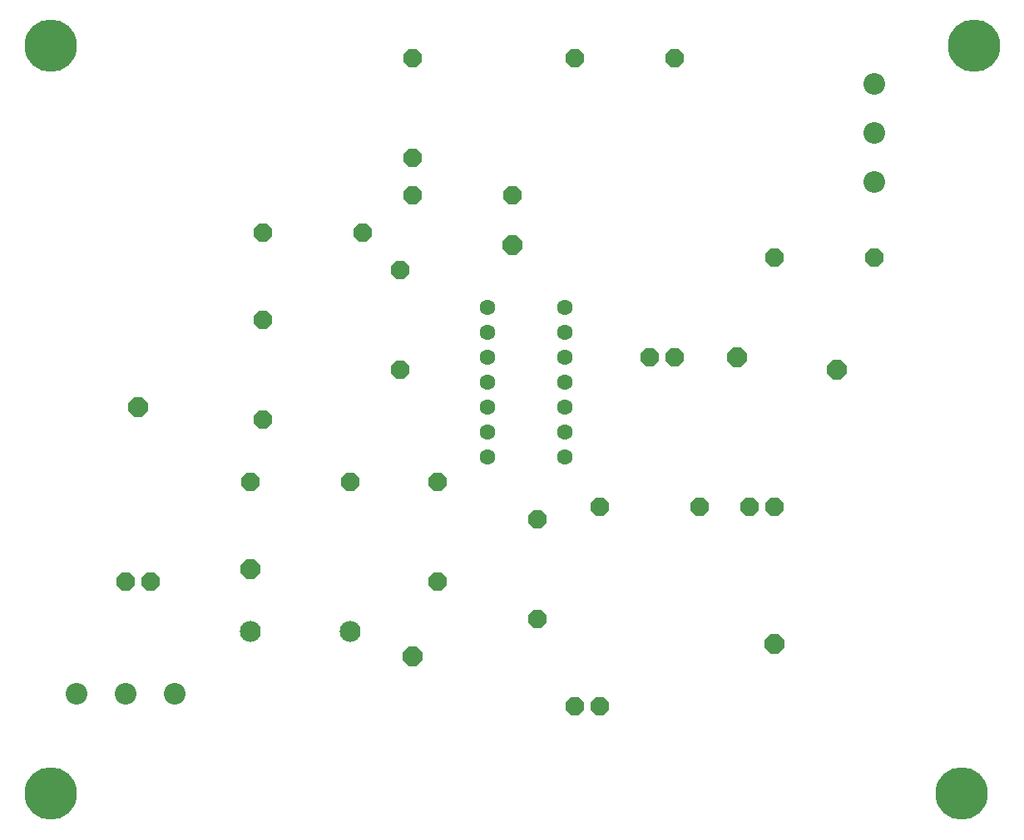
<source format=gbr>
G04 EAGLE Gerber RS-274X export*
G75*
%MOMM*%
%FSLAX34Y34*%
%LPD*%
%INBottom Copper*%
%IPPOS*%
%AMOC8*
5,1,8,0,0,1.08239X$1,22.5*%
G01*
%ADD10P,1.979475X8X202.500000*%
%ADD11P,1.979475X8X22.500000*%
%ADD12C,2.133600*%
%ADD13P,2.199416X8X22.500000*%
%ADD14P,1.979475X8X292.500000*%
%ADD15C,2.216000*%
%ADD16P,1.979475X8X112.500000*%
%ADD17C,1.600200*%
%ADD18C,5.334000*%


D10*
X596900Y88900D03*
X571500Y88900D03*
D11*
X647700Y444500D03*
X673100Y444500D03*
D10*
X774700Y292100D03*
X749300Y292100D03*
D11*
X114300Y215900D03*
X139700Y215900D03*
D12*
X342900Y165100D03*
X241300Y165100D03*
D13*
X736600Y444500D03*
X774700Y152400D03*
X508000Y558800D03*
X127000Y393700D03*
X241300Y228600D03*
D11*
X406400Y609600D03*
X508000Y609600D03*
X596900Y292100D03*
X698500Y292100D03*
D14*
X431800Y317500D03*
X431800Y215900D03*
D11*
X241300Y317500D03*
X342900Y317500D03*
D15*
X64300Y101600D03*
X114300Y101600D03*
X164300Y101600D03*
D16*
X406400Y647700D03*
X406400Y749300D03*
D10*
X876300Y546100D03*
X774700Y546100D03*
X673100Y749300D03*
X571500Y749300D03*
D14*
X393700Y533400D03*
X393700Y431800D03*
D15*
X876300Y623100D03*
X876300Y673100D03*
X876300Y723100D03*
D14*
X533400Y279400D03*
X533400Y177800D03*
D11*
X254000Y571500D03*
X355600Y571500D03*
D16*
X254000Y381000D03*
X254000Y482600D03*
D17*
X482600Y495300D03*
X482600Y469900D03*
X482600Y444500D03*
X482600Y419100D03*
X482600Y393700D03*
X482600Y368300D03*
X482600Y342900D03*
X561340Y342900D03*
X561340Y368300D03*
X561340Y393700D03*
X561340Y419100D03*
X561340Y444500D03*
X561340Y469900D03*
X561340Y495300D03*
D13*
X838200Y431800D03*
X406400Y139700D03*
D18*
X965200Y0D03*
X38100Y762000D03*
X977900Y762000D03*
X38100Y0D03*
M02*

</source>
